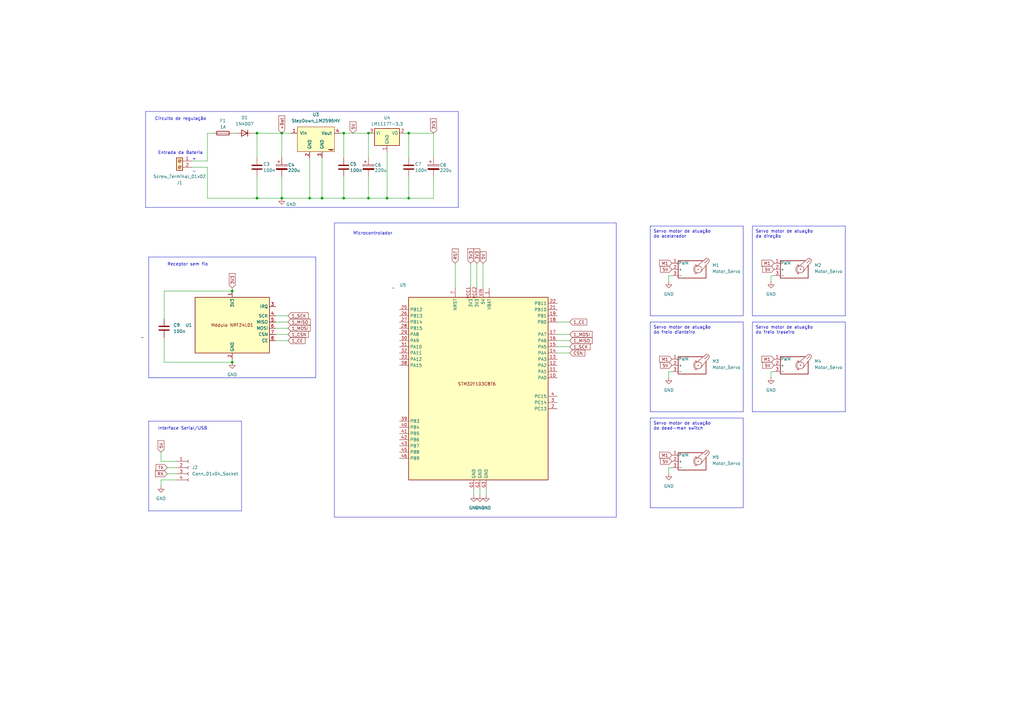
<source format=kicad_sch>
(kicad_sch (version 20230121) (generator eeschema)
  (paper "A3")
  (title_block (title "Atuadores controlados remotamente") (date "2023-10-13") (rev "1") (company "IFSC") (comment 1 "Author: Marcelo Miguel Cardoso"))
  (lib_symbols
    (symbol "Connector:Conn_01x04_Socket" (pin_names (offset 1.016) hide)
      (property "Reference" "J" (at 0 5.08 0))
      (property "Value" "Conn_01x04_Socket" (at 0 -7.62 0))
      (symbol "Conn_01x04_Socket_1_1"
        (arc (start 0 -4.572) (mid -0.5058 -5.08) (end 0 -5.588) (stroke (width 0.1524)))
        (arc (start 0 -2.032) (mid -0.5058 -2.54) (end 0 -3.048) (stroke (width 0.1524)))
        (polyline (pts (xy -1.27 -5.08) (xy -0.508 -5.08)) (stroke (width 0.1524)))
        (polyline (pts (xy -1.27 -2.54) (xy -0.508 -2.54)) (stroke (width 0.1524)))
        (polyline (pts (xy -1.27 0) (xy -0.508 0)) (stroke (width 0.1524)))
        (polyline (pts (xy -1.27 2.54) (xy -0.508 2.54)) (stroke (width 0.1524)))
        (arc (start 0 0.508) (mid -0.5058 0) (end 0 -0.508) (stroke (width 0.1524)))
        (arc (start 0 3.048) (mid -0.5058 2.54) (end 0 2.032) (stroke (width 0.1524)))
        (pin passive line (at -5.08 2.54 0) (length 3.81) (name "Pin_1") (number "1"))
        (pin passive line (at -5.08 0 0) (length 3.81) (name "Pin_2") (number "2"))
        (pin passive line (at -5.08 -2.54 0) (length 3.81) (name "Pin_3") (number "3"))
        (pin passive line (at -5.08 -5.08 0) (length 3.81) (name "Pin_4") (number "4"))
      )
    )
    (symbol "Connector:Screw_Terminal_01x02" (pin_names (offset 1.016) hide)
      (property "Reference" "J" (at 0 2.54 0))
      (property "Value" "Screw_Terminal_01x02" (at 0 -5.08 0))
      (symbol "Screw_Terminal_01x02_1_1"
        (rectangle (start -1.27 1.27) (end 1.27 -3.81) (stroke (width 0.254)) (fill (type background)))
        (circle (center 0 -2.54) (radius 0.635) (stroke (width 0.1524)))
        (polyline (pts (xy -0.5334 -2.2098) (xy 0.3302 -3.048)) (stroke (width 0.1524)))
        (polyline (pts (xy -0.5334 0.3302) (xy 0.3302 -0.508)) (stroke (width 0.1524)))
        (polyline (pts (xy -0.3556 -2.032) (xy 0.508 -2.8702)) (stroke (width 0.1524)))
        (polyline (pts (xy -0.3556 0.508) (xy 0.508 -0.3302)) (stroke (width 0.1524)))
        (circle (center 0 0) (radius 0.635) (stroke (width 0.1524)))
        (pin passive line (at -5.08 0 0) (length 3.81) (name "Pin_1") (number "1"))
        (pin passive line (at -5.08 -2.54 0) (length 3.81) (name "Pin_2") (number "2"))
      )
    )
    (symbol "Device:C" (pin_numbers hide) (pin_names (offset 0.254))
      (property "Reference" "C" (at 0.635 2.54 0))
      (property "Value" "C" (at 0.635 -2.54 0))
      (symbol "C_0_1"
        (polyline (pts (xy -2.032 -0.762) (xy 2.032 -0.762)) (stroke (width 0.508)))
        (polyline (pts (xy -2.032 0.762) (xy 2.032 0.762)) (stroke (width 0.508)))
      )
      (symbol "C_1_1"
        (pin passive line (at 0 3.81 270) (length 2.794) (name "~") (number "1"))
        (pin passive line (at 0 -3.81 90) (length 2.794) (name "~") (number "2"))
      )
    )
    (symbol "Device:C_Polarized" (pin_numbers hide) (pin_names (offset 0.254))
      (property "Reference" "C" (at 0.635 2.54 0))
      (property "Value" "C_Polarized" (at 0.635 -2.54 0))
      (symbol "C_Polarized_0_1"
        (rectangle (start -2.286 0.508) (end 2.286 1.016))
        (polyline (pts (xy -1.778 2.286) (xy -0.762 2.286)))
        (polyline (pts (xy -1.27 2.794) (xy -1.27 1.778)))
        (rectangle (start 2.286 -0.508) (end -2.286 -1.016) (fill (type outline)))
      )
      (symbol "C_Polarized_1_1"
        (pin passive line (at 0 3.81 270) (length 2.794) (name "~") (number "1"))
        (pin passive line (at 0 -3.81 90) (length 2.794) (name "~") (number "2"))
      )
    )
    (symbol "Device:Fuse" (pin_numbers hide) (pin_names (offset 0))
      (property "Reference" "F" (at 2.032 0 90))
      (property "Value" "Fuse" (at -1.905 0 90))
      (symbol "Fuse_0_1"
        (rectangle (start -0.762 -2.54) (end 0.762 2.54) (stroke (width 0.254)))
        (polyline (pts (xy 0 2.54) (xy 0 -2.54)))
      )
      (symbol "Fuse_1_1"
        (pin passive line (at 0 3.81 270) (length 1.27) (name "~") (number "1"))
        (pin passive line (at 0 -3.81 90) (length 1.27) (name "~") (number "2"))
      )
    )
    (symbol "Diode:1N4007" (pin_numbers hide) (pin_names hide)
      (property "Reference" "D" (at 0 2.54 0))
      (property "Value" "1N4007" (at 0 -2.54 0))
      (symbol "1N4007_0_1"
        (polyline (pts (xy -1.27 1.27) (xy -1.27 -1.27)) (stroke (width 0.254)))
        (polyline (pts (xy 1.27 0) (xy -1.27 0)))
        (polyline (pts (xy 1.27 1.27) (xy 1.27 -1.27) (xy -1.27 0) (xy 1.27 1.27)) (stroke (width 0.254)))
      )
      (symbol "1N4007_1_1"
        (pin passive line (at -3.81 0 0) (length 2.54) (name "K") (number "1"))
        (pin passive line (at 3.81 0 180) (length 2.54) (name "A") (number "2"))
      )
    )
    (symbol "Motor:Motor_Servo" (pin_names (offset 0.0254))
      (property "Reference" "M" (at -5.08 4.445 0))
      (property "Value" "Motor_Servo" (at -5.08 -4.064 0))
      (symbol "Motor_Servo_0_1"
        (polyline (pts (xy 2.413 -1.778) (xy 2.032 -1.778)))
        (polyline (pts (xy 2.413 -1.778) (xy 2.286 -1.397)))
        (polyline (pts (xy 2.413 1.778) (xy 1.905 1.778)))
        (polyline (pts (xy 2.413 1.778) (xy 2.286 1.397)))
        (polyline (pts (xy 6.35 4.445) (xy 2.54 1.27)))
        (polyline (pts (xy 7.62 3.175) (xy 4.191 -1.016)))
        (polyline (pts (xy 5.08 3.556) (xy -5.08 3.556) (xy -5.08 -3.556) (xy 6.35 -3.556) (xy 6.35 1.524)) (stroke (width 0.254)))
        (arc (start 2.413 1.778) (mid 1.2406 0) (end 2.413 -1.778))
        (circle (center 3.175 0) (radius 0.1778))
        (circle (center 3.175 0) (radius 1.4224))
        (circle (center 5.969 2.794) (radius 0.127))
        (circle (center 6.477 3.302) (radius 0.127))
        (circle (center 6.985 3.81) (radius 0.127))
        (arc (start 7.62 3.175) (mid 7.4485 4.2735) (end 6.35 4.445))
      )
      (symbol "Motor_Servo_1_1"
        (pin passive line (at -7.62 2.54 0) (length 2.54) (name "PWM") (number "1"))
        (pin passive line (at -7.62 0 0) (length 2.54) (name "+") (number "2"))
        (pin passive line (at -7.62 -2.54 0) (length 2.54) (name "-") (number "3"))
      )
    )
    (symbol "Regulator_Linear:LM1117T-3.3"
      (property "Reference" "U" (at -3.81 3.175 0))
      (property "Value" "LM1117T-3.3" (at 0 3.175 0))
      (symbol "LM1117T-3.3_0_1"
        (rectangle (start -5.08 -5.08) (end 5.08 1.905) (stroke (width 0.254)) (fill (type background)))
      )
      (symbol "LM1117T-3.3_1_1"
        (pin power_in line (at 0 -7.62 90) (length 2.54) (name "GND") (number "1"))
        (pin power_out line (at 7.62 0 180) (length 2.54) (name "VO") (number "2"))
        (pin power_in line (at -7.62 0 0) (length 2.54) (name "VI") (number "3"))
      )
    )
    (symbol "pi2_library:NRF24L01"
      (property "Reference" "U" (at 0 0 0))
      (symbol "NRF24L01_0_1"
        (rectangle (start 21.59 16.51) (end 52.07 -6.35) (stroke (width 0.254)) (fill (type background)))
      )
      (symbol "NRF24L01_1_1"
        (text "Módulo NRF24L01\n" (at 36.83 5.08 0) (effects (font (size 1.27 1.27))))
        (pin power_in line (at 36.83 19.05 270) (length 2.54) (name "3V3") (number "1"))
        (pin power_in line (at 36.83 -8.89 90) (length 2.54) (name "GND") (number "2"))
        (pin input line (at 54.61 12.7 180) (length 2.54) (name "IRQ") (number "3"))
        (pin input line (at 54.61 8.89 180) (length 2.54) (name "SCK") (number "4"))
        (pin output line (at 54.61 6.35 180) (length 2.54) (name "MISO") (number "5"))
        (pin input line (at 54.61 3.81 180) (length 2.54) (name "MOSI") (number "6"))
        (pin input line (at 54.61 1.27 180) (length 2.54) (name "CSN") (number "7"))
        (pin input line (at 54.61 -1.27 180) (length 2.54) (name "CE") (number "8"))
      )
    )
    (symbol "pi2_library:STM32_module"
      (property "Reference" "U" (at 0 0 0))
      (symbol "STM32_module_0_1"
        (rectangle (start 6.35 -3.81) (end 63.5 -78.74) (stroke (width 0.254)) (fill (type background)))
      )
      (symbol "STM32_module_1_1"
        (text "STM32F103C8T6" (at 34.29 -39.37 0) (effects (font (size 1.27 1.27))))
        (pin power_in line (at 39.37 0 270) (length 3.81) (name "VBAT") (number "1"))
        (pin bidirectional line (at 67.31 -36.83 180) (length 3.81) (name "PA0") (number "10"))
        (pin bidirectional line (at 67.31 -34.29 180) (length 3.81) (name "PA1") (number "11"))
        (pin bidirectional line (at 67.31 -31.75 180) (length 3.81) (name "PA2") (number "12"))
        (pin bidirectional line (at 67.31 -29.21 180) (length 3.81) (name "PA3") (number "13"))
        (pin bidirectional line (at 67.31 -26.67 180) (length 3.81) (name "PA4") (number "14"))
        (pin bidirectional line (at 67.31 -24.13 180) (length 3.81) (name "PA5") (number "15"))
        (pin bidirectional line (at 67.31 -21.59 180) (length 3.81) (name "PA6") (number "16"))
        (pin bidirectional line (at 67.31 -19.05 180) (length 3.81) (name "PA7") (number "17"))
        (pin bidirectional line (at 67.31 -13.97 180) (length 3.81) (name "PB0") (number "18"))
        (pin bidirectional line (at 67.31 -11.43 180) (length 3.81) (name "PB1") (number "19"))
        (pin bidirectional line (at 67.31 -49.53 180) (length 3.81) (name "PC13") (number "2"))
        (pin bidirectional line (at 67.31 -8.89 180) (length 3.81) (name "PB10") (number "21"))
        (pin bidirectional line (at 67.31 -6.35 180) (length 3.81) (name "PB11") (number "22"))
        (pin bidirectional line (at 2.54 -8.89 0) (length 3.81) (name "PB12") (number "25"))
        (pin bidirectional line (at 2.54 -11.43 0) (length 3.81) (name "PB13") (number "26"))
        (pin bidirectional line (at 2.54 -13.97 0) (length 3.81) (name "PB14") (number "27"))
        (pin bidirectional line (at 2.54 -16.51 0) (length 3.81) (name "PB15") (number "28"))
        (pin bidirectional line (at 2.54 -19.05 0) (length 3.81) (name "PA8") (number "29"))
        (pin bidirectional line (at 67.31 -46.99 180) (length 3.81) (name "PC14") (number "3"))
        (pin bidirectional line (at 2.54 -21.59 0) (length 3.81) (name "PA9") (number "30"))
        (pin bidirectional line (at 2.54 -24.13 0) (length 3.81) (name "PA10") (number "31"))
        (pin bidirectional line (at 2.54 -26.67 0) (length 3.81) (name "PA11") (number "32"))
        (pin bidirectional line (at 2.54 -29.21 0) (length 3.81) (name "PA12") (number "33"))
        (pin bidirectional line (at 2.54 -31.75 0) (length 3.81) (name "PA15") (number "38"))
        (pin bidirectional line (at 2.54 -54.61 0) (length 3.81) (name "PB3") (number "39"))
        (pin bidirectional line (at 67.31 -44.45 180) (length 3.81) (name "PC15") (number "4"))
        (pin bidirectional line (at 2.54 -57.15 0) (length 3.81) (name "PB4") (number "40"))
        (pin bidirectional line (at 2.54 -59.69 0) (length 3.81) (name "PB5") (number "41"))
        (pin bidirectional line (at 2.54 -62.23 0) (length 3.81) (name "PB6") (number "42"))
        (pin bidirectional line (at 2.54 -64.77 0) (length 3.81) (name "PB7") (number "43"))
        (pin bidirectional line (at 2.54 -67.31 0) (length 3.81) (name "PB8") (number "45"))
        (pin bidirectional line (at 2.54 -69.85 0) (length 3.81) (name "PB9") (number "46"))
        (pin input line (at 25.4 0 270) (length 3.81) (name "NRST") (number "7"))
        (pin power_in line (at 33.02 -82.55 90) (length 3.81) (name "GND") (number "G1"))
        (pin power_in line (at 35.56 -82.55 90) (length 3.81) (name "GND") (number "G2"))
        (pin power_in line (at 38.1 -82.55 90) (length 3.81) (name "GND") (number "G3"))
        (pin power_in line (at 31.75 0 270) (length 3.81) (name "3V3") (number "VCC1"))
        (pin power_in line (at 34.29 0 270) (length 3.81) (name "3V3") (number "VCC2"))
        (pin power_in line (at 36.83 0 270) (length 3.81) (name "5V") (number "VIN"))
      )
    )
    (symbol "power:GND" (power) (pin_names (offset 0))
      (property "Value" "GND" (at 0 -3.81 0))
      (symbol "GND_0_1"
        (polyline (pts (xy 0 0) (xy 0 -1.27) (xy 1.27 -1.27) (xy 0 -2.54) (xy -1.27 -1.27) (xy 0 -1.27)))
      )
      (symbol "GND_1_1"
        (pin power_in line (at 0 0 270) (length 0) hide (name "GND") (number "1"))
      )
    )
    (symbol "yaaj_dcdc_stepdown_lm2596:YAAJ_DCDC_StepDown_LM2596" (pin_names (offset 1.016))
      (property "Reference" "U" (at -5.08 6.35 0))
      (property "Value" "YAAJ_DCDC_StepDown_LM2596" (at 0 11.43 0))
      (symbol "YAAJ_DCDC_StepDown_LM2596_0_1"
        (rectangle (start -7.62 5.08) (end 7.62 -5.08) (fill (type background)))
      )
      (symbol "YAAJ_DCDC_StepDown_LM2596_1_1"
        (text "Y@@V" (at 6.1976 -4.2672 0) (effects (font (size 0.508 0.508))))
        (pin power_in line (at -10.16 2.54 0) (length 2.54) (name "Vin") (number "1"))
        (pin power_in line (at -2.54 -7.62 90) (length 2.54) (name "GND") (number "2"))
        (pin power_in line (at 2.54 -7.62 90) (length 2.54) (name "GND") (number "3"))
        (pin power_out line (at 10.16 2.54 180) (length 2.54) (name "Vout") (number "4"))
      )
    )
  )
  (junction (at 132.08 81.28))
  (junction (at 140.97 54.61))
  (junction (at 158.75 81.28))
  (junction (at 167.64 81.28))
  (junction (at 151.13 81.28))
  (junction (at 127 81.28))
  (junction (at 140.97 81.28))
  (junction (at 151.13 54.61))
  (junction (at 95.25 119.38))
  (junction (at 115.57 54.61))
  (junction (at 105.41 54.61))
  (junction (at 95.25 148.59))
  (junction (at 105.41 81.28))
  (junction (at 167.64 54.61))
  (junction (at 115.57 81.28))
  (wire (pts (xy 66.04 185.42) (xy 66.04 189.23)))
  (polyline (pts (xy 60.96 172.72) (xy 60.96 209.55)))
  (wire (pts (xy 105.41 54.61) (xy 105.41 64.77)))
  (wire (pts (xy 274.32 115.57) (xy 274.32 113.03)))
  (wire (pts (xy 113.03 132.08) (xy 118.11 132.08)))
  (polyline (pts (xy 60.96 172.72) (xy 99.06 172.72)))
  (wire (pts (xy 195.58 107.95) (xy 195.58 118.11)))
  (wire (pts (xy 66.04 196.85) (xy 66.04 199.39)))
  (wire (pts (xy 274.32 154.94) (xy 274.32 152.4)))
  (polyline (pts (xy 59.69 45.72) (xy 59.69 85.09)))
  (wire (pts (xy 177.8 54.61) (xy 177.8 64.77)))
  (polyline (pts (xy 308.61 132.08) (xy 308.61 168.91)))
  (wire (pts (xy 67.31 148.59) (xy 95.25 148.59)))
  (polyline (pts (xy 308.61 92.71) (xy 308.61 129.54)))
  (wire (pts (xy 68.58 194.31) (xy 72.39 194.31)))
  (wire (pts (xy 198.12 107.95) (xy 198.12 118.11)))
  (wire (pts (xy 113.03 129.54) (xy 118.11 129.54)))
  (wire (pts (xy 316.23 113.03) (xy 317.5 113.03)))
  (wire (pts (xy 68.58 191.77) (xy 72.39 191.77)))
  (wire (pts (xy 316.23 154.94) (xy 316.23 152.4)))
  (wire (pts (xy 113.03 134.62) (xy 118.11 134.62)))
  (wire (pts (xy 140.97 54.61) (xy 140.97 64.77)))
  (polyline (pts (xy 187.96 45.72) (xy 59.69 45.72)))
  (wire (pts (xy 228.6 132.08) (xy 233.68 132.08)))
  (wire (pts (xy 228.6 137.16) (xy 233.68 137.16)))
  (wire (pts (xy 115.57 81.28) (xy 127 81.28)))
  (wire (pts (xy 115.57 72.39) (xy 115.57 81.28)))
  (polyline (pts (xy 304.8 132.08) (xy 304.8 168.91)))
  (polyline (pts (xy 346.71 129.54) (xy 308.61 129.54)))
  (polyline (pts (xy 304.8 92.71) (xy 304.8 129.54)))
  (wire (pts (xy 193.04 107.95) (xy 193.04 118.11)))
  (wire (pts (xy 316.23 152.4) (xy 317.5 152.4)))
  (wire (pts (xy 113.03 139.7) (xy 118.11 139.7)))
  (wire (pts (xy 186.69 107.95) (xy 186.69 118.11)))
  (wire (pts (xy 127 64.77) (xy 127 81.28)))
  (wire (pts (xy 85.09 54.61) (xy 85.09 66.04)))
  (wire (pts (xy 85.09 54.61) (xy 87.63 54.61)))
  (polyline (pts (xy 346.71 168.91) (xy 308.61 168.91)))
  (wire (pts (xy 78.74 68.58) (xy 85.09 68.58)))
  (polyline (pts (xy 266.7 132.08) (xy 304.8 132.08)))
  (wire (pts (xy 199.39 200.66) (xy 199.39 203.2)))
  (wire (pts (xy 194.31 200.66) (xy 194.31 203.2)))
  (wire (pts (xy 167.64 72.39) (xy 167.64 81.28)))
  (wire (pts (xy 166.37 54.61) (xy 167.64 54.61)))
  (polyline (pts (xy 59.69 85.09) (xy 60.96 85.09)))
  (wire (pts (xy 274.32 152.4) (xy 275.59 152.4)))
  (wire (pts (xy 72.39 189.23) (xy 66.04 189.23)))
  (wire (pts (xy 228.6 139.7) (xy 233.68 139.7)))
  (wire (pts (xy 132.08 64.77) (xy 132.08 81.28)))
  (wire (pts (xy 167.64 54.61) (xy 167.64 64.77)))
  (polyline (pts (xy 60.96 154.94) (xy 129.54 154.94)))
  (polyline (pts (xy 308.61 92.71) (xy 346.71 92.71)))
  (wire (pts (xy 105.41 81.28) (xy 115.57 81.28)))
  (polyline (pts (xy 266.7 92.71) (xy 266.7 129.54)))
  (wire (pts (xy 140.97 72.39) (xy 140.97 81.28)))
  (wire (pts (xy 67.31 119.38) (xy 95.25 119.38)))
  (polyline (pts (xy 304.8 171.45) (xy 304.8 208.28)))
  (wire (pts (xy 113.03 137.16) (xy 118.11 137.16)))
  (wire (pts (xy 151.13 54.61) (xy 151.13 64.77)))
  (wire (pts (xy 67.31 130.81) (xy 67.31 119.38)))
  (wire (pts (xy 151.13 81.28) (xy 140.97 81.28)))
  (wire (pts (xy 274.32 194.31) (xy 274.32 191.77)))
  (wire (pts (xy 85.09 81.28) (xy 105.41 81.28)))
  (wire (pts (xy 158.75 62.23) (xy 158.75 81.28)))
  (polyline (pts (xy 266.7 171.45) (xy 304.8 171.45)))
  (polyline (pts (xy 137.16 91.44) (xy 252.73 91.44)))
  (wire (pts (xy 151.13 72.39) (xy 151.13 81.28)))
  (wire (pts (xy 72.39 196.85) (xy 66.04 196.85)))
  (polyline (pts (xy 266.7 92.71) (xy 304.8 92.71)))
  (polyline (pts (xy 60.96 154.94) (xy 60.96 105.41)))
  (wire (pts (xy 115.57 64.77) (xy 115.57 54.61)))
  (wire (pts (xy 167.64 54.61) (xy 177.8 54.61)))
  (wire (pts (xy 127 81.28) (xy 132.08 81.28)))
  (wire (pts (xy 115.57 54.61) (xy 119.38 54.61)))
  (wire (pts (xy 96.52 54.61) (xy 95.25 54.61)))
  (polyline (pts (xy 99.06 209.55) (xy 60.96 209.55)))
  (wire (pts (xy 196.85 200.66) (xy 196.85 203.2)))
  (wire (pts (xy 274.32 191.77) (xy 275.59 191.77)))
  (wire (pts (xy 274.32 113.03) (xy 275.59 113.03)))
  (wire (pts (xy 85.09 68.58) (xy 85.09 81.28)))
  (wire (pts (xy 78.74 66.04) (xy 85.09 66.04)))
  (wire (pts (xy 104.14 54.61) (xy 105.41 54.61)))
  (polyline (pts (xy 137.16 212.09) (xy 252.73 212.09)))
  (polyline (pts (xy 304.8 208.28) (xy 266.7 208.28)))
  (polyline (pts (xy 304.8 129.54) (xy 266.7 129.54)))
  (wire (pts (xy 316.23 115.57) (xy 316.23 113.03)))
  (polyline (pts (xy 187.96 85.09) (xy 187.96 45.72)))
  (polyline (pts (xy 99.06 172.72) (xy 99.06 209.55)))
  (wire (pts (xy 228.6 144.78) (xy 233.68 144.78)))
  (polyline (pts (xy 304.8 168.91) (xy 266.7 168.91)))
  (wire (pts (xy 177.8 81.28) (xy 167.64 81.28)))
  (polyline (pts (xy 346.71 92.71) (xy 346.71 129.54)))
  (wire (pts (xy 139.7 54.61) (xy 140.97 54.61)))
  (wire (pts (xy 140.97 81.28) (xy 132.08 81.28)))
  (wire (pts (xy 177.8 72.39) (xy 177.8 81.28)))
  (polyline (pts (xy 252.73 212.09) (xy 252.73 91.44)))
  (polyline (pts (xy 266.7 171.45) (xy 266.7 208.28)))
  (wire (pts (xy 95.25 118.11) (xy 95.25 119.38)))
  (polyline (pts (xy 266.7 132.08) (xy 266.7 168.91)))
  (wire (pts (xy 228.6 142.24) (xy 233.68 142.24)))
  (polyline (pts (xy 346.71 132.08) (xy 346.71 168.91)))
  (wire (pts (xy 105.41 72.39) (xy 105.41 81.28)))
  (polyline (pts (xy 129.54 105.41) (xy 129.54 154.94)))
  (wire (pts (xy 167.64 81.28) (xy 158.75 81.28)))
  (polyline (pts (xy 137.16 212.09) (xy 137.16 91.44)))
  (polyline (pts (xy 308.61 132.08) (xy 346.71 132.08)))
  (polyline (pts (xy 60.96 85.09) (xy 187.96 85.09)))
  (wire (pts (xy 95.25 147.32) (xy 95.25 148.59)))
  (wire (pts (xy 140.97 54.61) (xy 151.13 54.61)))
  (wire (pts (xy 158.75 81.28) (xy 151.13 81.28)))
  (polyline (pts (xy 60.96 105.41) (xy 129.54 105.41)))
  (wire (pts (xy 105.41 54.61) (xy 115.57 54.61)))
  (wire (pts (xy 67.31 138.43) (xy 67.31 148.59)))
  (text "Servo motor de atuação\ndo dead-man switch" (at 267.97 176.53 0) (effects (font (size 1.27 1.27)) (justify left bottom)))
  (text "Servo motor de atuação\ndo freio traseiro" (at 309.88 137.16 0) (effects (font (size 1.27 1.27)) (justify left bottom)))
  (text "Servo motor de atuação\nda direção\n" (at 309.88 97.79 0) (effects (font (size 1.27 1.27)) (justify left bottom)))
  (text "Interface Serial/USB" (at 64.77 176.53 0) (effects (font (size 1.27 1.27)) (justify left bottom)))
  (text "Entrada da Bateria" (at 64.77 63.5 0) (effects (font (size 1.27 1.27)) (justify left bottom)))
  (text "Receptor sem fio" (at 68.58 109.22 0) (effects (font (size 1.27 1.27)) (justify left bottom)))
  (text "-" (at 78.74 71.12 0) (effects (font (size 1.27 1.27)) (justify left bottom)))
  (text "Circuito de regulação" (at 63.5 49.53 0) (effects (font (size 1.27 1.27)) (justify left bottom)))
  (text "Servo motor de atuação\ndo freio dianteiro" (at 267.97 137.16 0) (effects (font (size 1.27 1.27)) (justify left bottom)))
  (text "Microcontrolador\n" (at 144.78 96.52 0) (effects (font (size 1.27 1.27)) (justify left bottom)))
  (text "+" (at 78.74 66.04 0) (effects (font (size 1.27 1.27)) (justify left bottom)))
  (text "Servo motor de atuação\ndo acelerador" (at 267.97 97.79 0) (effects (font (size 1.27 1.27)) (justify left bottom)))
  (global_label "M1" (shape input) (at 275.59 147.32 180) (property "Intersheetrefs" "${INTERSHEET_REFS}" (effects hide)))
  (global_label "+Bat" (shape input) (at 115.57 54.61 90) (property "Intersheetrefs" "${INTERSHEET_REFS}" (effects hide)))
  (global_label "3V3" (shape input) (at 195.58 107.95 90) (property "Intersheetrefs" "${INTERSHEET_REFS}" (effects hide)))
  (global_label "3V3" (shape input) (at 177.8 54.61 90) (property "Intersheetrefs" "${INTERSHEET_REFS}" (effects hide)))
  (global_label "1_SCK" (shape input) (at 233.68 142.24 0) (property "Intersheetrefs" "${INTERSHEET_REFS}" (effects hide)))
  (global_label "3V3" (shape input) (at 95.25 118.11 90) (property "Intersheetrefs" "${INTERSHEET_REFS}" (effects hide)))
  (global_label "1_MISO" (shape input) (at 118.11 132.08 0) (property "Intersheetrefs" "${INTERSHEET_REFS}" (effects hide)))
  (global_label "TX" (shape input) (at 68.58 191.77 180) (property "Intersheetrefs" "${INTERSHEET_REFS}" (effects hide)))
  (global_label "1_CE" (shape input) (at 118.11 139.7 0) (property "Intersheetrefs" "${INTERSHEET_REFS}" (effects hide)))
  (global_label "5V" (shape input) (at 317.5 110.49 180) (property "Intersheetrefs" "${INTERSHEET_REFS}" (effects hide)))
  (global_label "1_SCK" (shape input) (at 118.11 129.54 0) (property "Intersheetrefs" "${INTERSHEET_REFS}" (effects hide)))
  (global_label "RST" (shape input) (at 186.69 107.95 90) (property "Intersheetrefs" "${INTERSHEET_REFS}" (effects hide)))
  (global_label "5V" (shape input) (at 144.78 54.61 90) (property "Intersheetrefs" "${INTERSHEET_REFS}" (effects hide)))
  (global_label "M1" (shape input) (at 275.59 186.69 180) (property "Intersheetrefs" "${INTERSHEET_REFS}" (effects hide)))
  (global_label "1_MOSI" (shape input) (at 118.11 134.62 0) (property "Intersheetrefs" "${INTERSHEET_REFS}" (effects hide)))
  (global_label "1_MOSI" (shape input) (at 233.68 137.16 0) (property "Intersheetrefs" "${INTERSHEET_REFS}" (effects hide)))
  (global_label "M1" (shape input) (at 317.5 147.32 180) (property "Intersheetrefs" "${INTERSHEET_REFS}" (effects hide)))
  (global_label "5V" (shape input) (at 275.59 189.23 180) (property "Intersheetrefs" "${INTERSHEET_REFS}" (effects hide)))
  (global_label "RX" (shape input) (at 68.58 194.31 180) (property "Intersheetrefs" "${INTERSHEET_REFS}" (effects hide)))
  (global_label "5V" (shape input) (at 66.04 185.42 90) (property "Intersheetrefs" "${INTERSHEET_REFS}" (effects hide)))
  (global_label "M1" (shape input) (at 317.5 107.95 180) (property "Intersheetrefs" "${INTERSHEET_REFS}" (effects hide)))
  (global_label "1_CE" (shape input) (at 233.68 132.08 0) (property "Intersheetrefs" "${INTERSHEET_REFS}" (effects hide)))
  (global_label "1_MISO" (shape input) (at 233.68 139.7 0) (property "Intersheetrefs" "${INTERSHEET_REFS}" (effects hide)))
  (global_label "M1" (shape input) (at 275.59 107.95 180) (property "Intersheetrefs" "${INTERSHEET_REFS}" (effects hide)))
  (global_label "5V" (shape input) (at 275.59 110.49 180) (property "Intersheetrefs" "${INTERSHEET_REFS}" (effects hide)))
  (global_label "3V3" (shape input) (at 193.04 107.95 90) (property "Intersheetrefs" "${INTERSHEET_REFS}" (effects hide)))
  (global_label "5V" (shape input) (at 275.59 149.86 180) (property "Intersheetrefs" "${INTERSHEET_REFS}" (effects hide)))
  (global_label "5V" (shape input) (at 317.5 149.86 180) (property "Intersheetrefs" "${INTERSHEET_REFS}" (effects hide)))
  (global_label "CSN" (shape input) (at 233.68 144.78 0) (property "Intersheetrefs" "${INTERSHEET_REFS}" (effects hide)))
  (global_label "5V" (shape input) (at 198.12 107.95 90) (property "Intersheetrefs" "${INTERSHEET_REFS}" (effects hide)))
  (global_label "1_CSN" (shape input) (at 118.11 137.16 0) (property "Intersheetrefs" "${INTERSHEET_REFS}" (effects hide)))
  (symbol (lib_id "Device:C") (at 105.41 68.58 0) (unit 1)
    (property "Reference" "C3" (at 107.95 67.31 0) (effects (justify left)))
    (property "Value" "100n" (at 107.95 69.85 0) (effects (justify left)))
  )
  (symbol (lib_id "power:GND") (at 316.23 115.57 0) (unit 1)
    (property "Reference" "#PWR03" (effects hide))
    (property "Value" "GND" (at 316.23 120.65 0))
  )
  (symbol (lib_id "power:GND") (at 196.85 203.2 0) (unit 1)
    (property "Reference" "#PWR012" (effects hide))
    (property "Value" "GND" (at 196.85 208.28 0))
  )
  (symbol (lib_id "Device:C_Polarized") (at 151.13 68.58 0) (unit 1)
    (property "Reference" "C6" (at 153.67 67.691 0) (effects (justify left)))
    (property "Value" "220u" (at 153.67 69.85 0) (effects (justify left)))
  )
  (symbol (lib_id "Motor:Motor_Servo") (at 325.12 149.86 0) (unit 1)
    (property "Reference" "M4" (at 334.01 148.1566 0) (effects (justify left)))
    (property "Value" "Motor_Servo" (at 334.01 150.6966 0) (effects (justify left)))
    (property "Datasheet" "http://forums.parallax.com/uploads/attachments/46831/74481.png" (effects hide))
  )
  (symbol (lib_id "power:GND") (at 274.32 115.57 0) (unit 1)
    (property "Reference" "#PWR02" (effects hide))
    (property "Value" "GND" (at 274.32 120.65 0))
  )
  (symbol (lib_id "Regulator_Linear:LM1117T-3.3") (at 158.75 54.61 0) (unit 1)
    (property "Reference" "U4" (at 158.75 48.26 0))
    (property "Value" "LM1117T-3.3" (at 158.75 50.8 0))
    (property "Footprint" "Package_TO_SOT_THT:TO-220-3_Horizontal_TabDown" (effects hide))
    (property "Datasheet" "http://www.ti.com/lit/ds/symlink/lm1117.pdf" (effects hide))
  )
  (symbol (lib_id "Device:C_Polarized") (at 177.8 68.58 0) (unit 1)
    (property "Reference" "C8" (at 180.34 67.691 0) (effects (justify left)))
    (property "Value" "220u" (at 180.34 69.85 0) (effects (justify left)))
  )
  (symbol (lib_id "Diode:1N4007") (at 100.33 54.61 180) (unit 1)
    (property "Reference" "D1" (at 100.33 48.26 0))
    (property "Value" "1N4007" (at 100.33 50.8 0))
    (property "Footprint" "Diode_THT:D_DO-41_SOD81_P10.16mm_Horizontal" (effects hide))
    (property "Datasheet" "http://www.vishay.com/docs/88503/1n4001.pdf" (effects hide))
    (property "Sim.Device" "D" (effects hide))
    (property "Sim.Pins" "1=K 2=A" (effects hide))
  )
  (symbol (lib_id "Motor:Motor_Servo") (at 325.12 110.49 0) (unit 1)
    (property "Reference" "M2" (at 334.01 108.7866 0) (effects (justify left)))
    (property "Value" "Motor_Servo" (at 334.01 111.3266 0) (effects (justify left)))
    (property "Datasheet" "http://forums.parallax.com/uploads/attachments/46831/74481.png" (effects hide))
  )
  (symbol (lib_id "Device:C_Polarized") (at 115.57 68.58 0) (unit 1)
    (property "Reference" "C4" (at 118.11 67.691 0) (effects (justify left)))
    (property "Value" "220u" (at 118.11 69.85 0) (effects (justify left)))
  )
  (symbol (lib_id "power:GND") (at 274.32 154.94 0) (unit 1)
    (property "Reference" "#PWR04" (effects hide))
    (property "Value" "GND" (at 274.32 160.02 0))
  )
  (symbol (lib_id "power:GND") (at 199.39 203.2 0) (unit 1)
    (property "Reference" "#PWR013" (effects hide))
    (property "Value" "GND" (at 199.39 208.28 0))
  )
  (symbol (lib_id "Motor:Motor_Servo") (at 283.21 189.23 0) (unit 1)
    (property "Reference" "M5" (at 292.1 187.5266 0) (effects (justify left)))
    (property "Value" "Motor_Servo" (at 292.1 190.0666 0) (effects (justify left)))
    (property "Datasheet" "http://forums.parallax.com/uploads/attachments/46831/74481.png" (effects hide))
  )
  (symbol (lib_id "power:GND") (at 95.25 148.59 0) (unit 1)
    (property "Reference" "#PWR016" (effects hide))
    (property "Value" "GND" (at 95.25 153.67 0))
  )
  (symbol (lib_id "yaaj_dcdc_stepdown_lm2596:YAAJ_DCDC_StepDown_LM2596") (at 129.54 57.15 0) (unit 1)
    (property "Reference" "U3" (at 129.54 46.99 0))
    (property "Value" "StepDown_LM2596HV" (at 129.54 49.53 0))
  )
  (symbol (lib_id "Motor:Motor_Servo") (at 283.21 110.49 0) (unit 1)
    (property "Reference" "M1" (at 292.1 108.7866 0) (effects (justify left)))
    (property "Value" "Motor_Servo" (at 292.1 111.3266 0) (effects (justify left)))
    (property "Datasheet" "http://forums.parallax.com/uploads/attachments/46831/74481.png" (effects hide))
  )
  (symbol (lib_id "Device:C") (at 140.97 68.58 0) (unit 1)
    (property "Reference" "C5" (at 143.51 67.31 0) (effects (justify left)))
    (property "Value" "100n" (at 143.51 69.85 0) (effects (justify left)))
  )
  (symbol (lib_id "Device:C") (at 167.64 68.58 0) (unit 1)
    (property "Reference" "C7" (at 170.18 67.31 0) (effects (justify left)))
    (property "Value" "100n" (at 170.18 69.85 0) (effects (justify left)))
  )
  (symbol (lib_id "Connector:Screw_Terminal_01x02") (at 73.66 66.04 0) (mirror y) (unit 1)
    (property "Reference" "J1" (at 73.66 74.93 0))
    (property "Value" "Screw_Terminal_01x02" (at 73.66 72.39 0))
  )
  (symbol (lib_id "Motor:Motor_Servo") (at 283.21 149.86 0) (unit 1)
    (property "Reference" "M3" (at 292.1 148.1566 0) (effects (justify left)))
    (property "Value" "Motor_Servo" (at 292.1 150.6966 0) (effects (justify left)))
    (property "Datasheet" "http://forums.parallax.com/uploads/attachments/46831/74481.png" (effects hide))
  )
  (symbol (lib_id "pi2_library:NRF24L01") (at 58.42 138.43 0) (unit 1)
    (property "Reference" "U1" (at 78.74 133.35 0) (effects (justify right)))
    (property "Value" "~" (at 58.42 138.43 0))
  )
  (symbol (lib_id "power:GND") (at 316.23 154.94 0) (unit 1)
    (property "Reference" "#PWR05" (effects hide))
    (property "Value" "GND" (at 316.23 160.02 0))
  )
  (symbol (lib_id "power:GND") (at 274.32 194.31 0) (unit 1)
    (property "Reference" "#PWR06" (effects hide))
    (property "Value" "GND" (at 274.32 199.39 0))
  )
  (symbol (lib_id "power:GND") (at 194.31 203.2 0) (unit 1)
    (property "Reference" "#PWR011" (effects hide))
    (property "Value" "GND" (at 194.31 208.28 0))
  )
  (symbol (lib_id "Device:Fuse") (at 91.44 54.61 90) (unit 1)
    (property "Reference" "F1" (at 91.44 49.53 90))
    (property "Value" "1A" (at 91.44 52.07 90))
  )
  (symbol (lib_id "power:GND") (at 115.57 81.28 0) (unit 1)
    (property "Reference" "#PWR07" (effects hide))
    (property "Value" "GND" (at 119.38 83.82 0))
  )
  (symbol (lib_id "power:GND") (at 66.04 199.39 0) (unit 1)
    (property "Reference" "#PWR01" (effects hide))
    (property "Value" "GND" (at 66.04 204.47 0))
  )
  (symbol (lib_id "pi2_library:STM32_module") (at 161.29 118.11 0) (unit 1)
    (property "Reference" "U5" (at 163.83 116.84 0) (effects (justify left)))
    (property "Value" "~" (at 161.29 118.11 0))
  )
  (symbol (lib_id "Device:C") (at 67.31 134.62 0) (unit 1)
    (property "Reference" "C9" (at 71.12 133.35 0) (effects (justify left)))
    (property "Value" "100n" (at 71.12 135.89 0) (effects (justify left)))
  )
  (symbol (lib_id "Connector:Conn_01x04_Socket") (at 77.47 191.77 0) (unit 1)
    (property "Reference" "J2" (at 78.74 191.77 0) (effects (justify left)))
    (property "Value" "Conn_01x04_Socket" (at 78.74 194.31 0) (effects (justify left)))
  )
)
</source>
